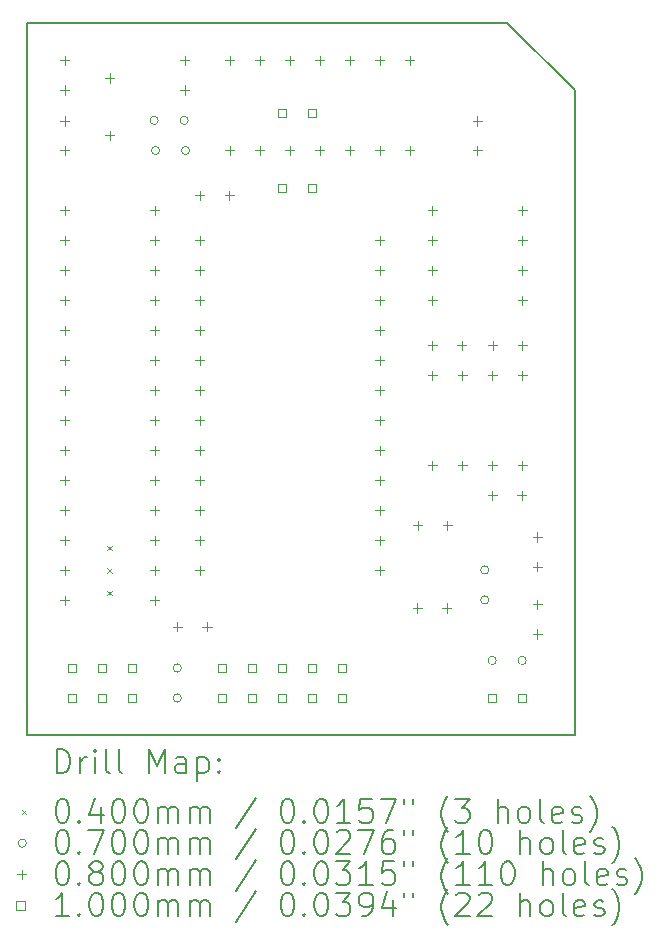
<source format=gbr>
%FSLAX45Y45*%
G04 Gerber Fmt 4.5, Leading zero omitted, Abs format (unit mm)*
G04 Created by KiCad (PCBNEW 6.0.4+dfsg-1+b1) date 2022-04-24 01:38:22*
%MOMM*%
%LPD*%
G01*
G04 APERTURE LIST*
%TA.AperFunction,Profile*%
%ADD10C,0.150000*%
%TD*%
%ADD11C,0.200000*%
%ADD12C,0.040000*%
%ADD13C,0.070000*%
%ADD14C,0.080000*%
%ADD15C,0.100000*%
G04 APERTURE END LIST*
D10*
X6096000Y-1778000D02*
X5524500Y-1206500D01*
X1460500Y-7239000D02*
X6096000Y-7239000D01*
X1460500Y-1206500D02*
X1460500Y-7239000D01*
X1460500Y-1206500D02*
X5524500Y-1206500D01*
X6096000Y-1778000D02*
X6096000Y-7239000D01*
D11*
D12*
X2139000Y-5631500D02*
X2179000Y-5671500D01*
X2179000Y-5631500D02*
X2139000Y-5671500D01*
X2139000Y-5822000D02*
X2179000Y-5862000D01*
X2179000Y-5822000D02*
X2139000Y-5862000D01*
X2139000Y-6012500D02*
X2179000Y-6052500D01*
X2179000Y-6012500D02*
X2139000Y-6052500D01*
D13*
X2570000Y-2031000D02*
G75*
G03*
X2570000Y-2031000I-35000J0D01*
G01*
X2580000Y-2286000D02*
G75*
G03*
X2580000Y-2286000I-35000J0D01*
G01*
X2765500Y-6667500D02*
G75*
G03*
X2765500Y-6667500I-35000J0D01*
G01*
X2765500Y-6921500D02*
G75*
G03*
X2765500Y-6921500I-35000J0D01*
G01*
X2824000Y-2031000D02*
G75*
G03*
X2824000Y-2031000I-35000J0D01*
G01*
X2834000Y-2286000D02*
G75*
G03*
X2834000Y-2286000I-35000J0D01*
G01*
X5369000Y-5837000D02*
G75*
G03*
X5369000Y-5837000I-35000J0D01*
G01*
X5369000Y-6091000D02*
G75*
G03*
X5369000Y-6091000I-35000J0D01*
G01*
X5432500Y-6604000D02*
G75*
G03*
X5432500Y-6604000I-35000J0D01*
G01*
X5686500Y-6604000D02*
G75*
G03*
X5686500Y-6604000I-35000J0D01*
G01*
D14*
X1778000Y-1484000D02*
X1778000Y-1564000D01*
X1738000Y-1524000D02*
X1818000Y-1524000D01*
X1778000Y-1734000D02*
X1778000Y-1814000D01*
X1738000Y-1774000D02*
X1818000Y-1774000D01*
X1778000Y-1996000D02*
X1778000Y-2076000D01*
X1738000Y-2036000D02*
X1818000Y-2036000D01*
X1778000Y-2246000D02*
X1778000Y-2326000D01*
X1738000Y-2286000D02*
X1818000Y-2286000D01*
X1778000Y-2754000D02*
X1778000Y-2834000D01*
X1738000Y-2794000D02*
X1818000Y-2794000D01*
X1778000Y-3008000D02*
X1778000Y-3088000D01*
X1738000Y-3048000D02*
X1818000Y-3048000D01*
X1778000Y-3262000D02*
X1778000Y-3342000D01*
X1738000Y-3302000D02*
X1818000Y-3302000D01*
X1778000Y-3516000D02*
X1778000Y-3596000D01*
X1738000Y-3556000D02*
X1818000Y-3556000D01*
X1778000Y-3770000D02*
X1778000Y-3850000D01*
X1738000Y-3810000D02*
X1818000Y-3810000D01*
X1778000Y-4024000D02*
X1778000Y-4104000D01*
X1738000Y-4064000D02*
X1818000Y-4064000D01*
X1778000Y-4278000D02*
X1778000Y-4358000D01*
X1738000Y-4318000D02*
X1818000Y-4318000D01*
X1778000Y-4532000D02*
X1778000Y-4612000D01*
X1738000Y-4572000D02*
X1818000Y-4572000D01*
X1778000Y-4786000D02*
X1778000Y-4866000D01*
X1738000Y-4826000D02*
X1818000Y-4826000D01*
X1778000Y-5040000D02*
X1778000Y-5120000D01*
X1738000Y-5080000D02*
X1818000Y-5080000D01*
X1778000Y-5294000D02*
X1778000Y-5374000D01*
X1738000Y-5334000D02*
X1818000Y-5334000D01*
X1778000Y-5548000D02*
X1778000Y-5628000D01*
X1738000Y-5588000D02*
X1818000Y-5588000D01*
X1778000Y-5802000D02*
X1778000Y-5882000D01*
X1738000Y-5842000D02*
X1818000Y-5842000D01*
X1778000Y-6056000D02*
X1778000Y-6136000D01*
X1738000Y-6096000D02*
X1818000Y-6096000D01*
X2159000Y-1631000D02*
X2159000Y-1711000D01*
X2119000Y-1671000D02*
X2199000Y-1671000D01*
X2159000Y-2119000D02*
X2159000Y-2199000D01*
X2119000Y-2159000D02*
X2199000Y-2159000D01*
X2540000Y-2754000D02*
X2540000Y-2834000D01*
X2500000Y-2794000D02*
X2580000Y-2794000D01*
X2540000Y-3008000D02*
X2540000Y-3088000D01*
X2500000Y-3048000D02*
X2580000Y-3048000D01*
X2540000Y-3262000D02*
X2540000Y-3342000D01*
X2500000Y-3302000D02*
X2580000Y-3302000D01*
X2540000Y-3516000D02*
X2540000Y-3596000D01*
X2500000Y-3556000D02*
X2580000Y-3556000D01*
X2540000Y-3770000D02*
X2540000Y-3850000D01*
X2500000Y-3810000D02*
X2580000Y-3810000D01*
X2540000Y-4024000D02*
X2540000Y-4104000D01*
X2500000Y-4064000D02*
X2580000Y-4064000D01*
X2540000Y-4278000D02*
X2540000Y-4358000D01*
X2500000Y-4318000D02*
X2580000Y-4318000D01*
X2540000Y-4532000D02*
X2540000Y-4612000D01*
X2500000Y-4572000D02*
X2580000Y-4572000D01*
X2540000Y-4786000D02*
X2540000Y-4866000D01*
X2500000Y-4826000D02*
X2580000Y-4826000D01*
X2540000Y-5040000D02*
X2540000Y-5120000D01*
X2500000Y-5080000D02*
X2580000Y-5080000D01*
X2540000Y-5294000D02*
X2540000Y-5374000D01*
X2500000Y-5334000D02*
X2580000Y-5334000D01*
X2540000Y-5548000D02*
X2540000Y-5628000D01*
X2500000Y-5588000D02*
X2580000Y-5588000D01*
X2540000Y-5802000D02*
X2540000Y-5882000D01*
X2500000Y-5842000D02*
X2580000Y-5842000D01*
X2540000Y-6056000D02*
X2540000Y-6136000D01*
X2500000Y-6096000D02*
X2580000Y-6096000D01*
X2732500Y-6278250D02*
X2732500Y-6358250D01*
X2692500Y-6318250D02*
X2772500Y-6318250D01*
X2794000Y-1484000D02*
X2794000Y-1564000D01*
X2754000Y-1524000D02*
X2834000Y-1524000D01*
X2794000Y-1734000D02*
X2794000Y-1814000D01*
X2754000Y-1774000D02*
X2834000Y-1774000D01*
X2921000Y-2627000D02*
X2921000Y-2707000D01*
X2881000Y-2667000D02*
X2961000Y-2667000D01*
X2921000Y-3008000D02*
X2921000Y-3088000D01*
X2881000Y-3048000D02*
X2961000Y-3048000D01*
X2921000Y-3262000D02*
X2921000Y-3342000D01*
X2881000Y-3302000D02*
X2961000Y-3302000D01*
X2921000Y-3516000D02*
X2921000Y-3596000D01*
X2881000Y-3556000D02*
X2961000Y-3556000D01*
X2921000Y-3770000D02*
X2921000Y-3850000D01*
X2881000Y-3810000D02*
X2961000Y-3810000D01*
X2921000Y-4024000D02*
X2921000Y-4104000D01*
X2881000Y-4064000D02*
X2961000Y-4064000D01*
X2921000Y-4278000D02*
X2921000Y-4358000D01*
X2881000Y-4318000D02*
X2961000Y-4318000D01*
X2921000Y-4532000D02*
X2921000Y-4612000D01*
X2881000Y-4572000D02*
X2961000Y-4572000D01*
X2921000Y-4786000D02*
X2921000Y-4866000D01*
X2881000Y-4826000D02*
X2961000Y-4826000D01*
X2921000Y-5040000D02*
X2921000Y-5120000D01*
X2881000Y-5080000D02*
X2961000Y-5080000D01*
X2921000Y-5294000D02*
X2921000Y-5374000D01*
X2881000Y-5334000D02*
X2961000Y-5334000D01*
X2921000Y-5548000D02*
X2921000Y-5628000D01*
X2881000Y-5588000D02*
X2961000Y-5588000D01*
X2921000Y-5802000D02*
X2921000Y-5882000D01*
X2881000Y-5842000D02*
X2961000Y-5842000D01*
X2982500Y-6278250D02*
X2982500Y-6358250D01*
X2942500Y-6318250D02*
X3022500Y-6318250D01*
X3171000Y-2627000D02*
X3171000Y-2707000D01*
X3131000Y-2667000D02*
X3211000Y-2667000D01*
X3175000Y-1484000D02*
X3175000Y-1564000D01*
X3135000Y-1524000D02*
X3215000Y-1524000D01*
X3175000Y-2246000D02*
X3175000Y-2326000D01*
X3135000Y-2286000D02*
X3215000Y-2286000D01*
X3429000Y-1484000D02*
X3429000Y-1564000D01*
X3389000Y-1524000D02*
X3469000Y-1524000D01*
X3429000Y-2246000D02*
X3429000Y-2326000D01*
X3389000Y-2286000D02*
X3469000Y-2286000D01*
X3683000Y-1484000D02*
X3683000Y-1564000D01*
X3643000Y-1524000D02*
X3723000Y-1524000D01*
X3683000Y-2246000D02*
X3683000Y-2326000D01*
X3643000Y-2286000D02*
X3723000Y-2286000D01*
X3937000Y-1484000D02*
X3937000Y-1564000D01*
X3897000Y-1524000D02*
X3977000Y-1524000D01*
X3937000Y-2246000D02*
X3937000Y-2326000D01*
X3897000Y-2286000D02*
X3977000Y-2286000D01*
X4191000Y-1484000D02*
X4191000Y-1564000D01*
X4151000Y-1524000D02*
X4231000Y-1524000D01*
X4191000Y-2246000D02*
X4191000Y-2326000D01*
X4151000Y-2286000D02*
X4231000Y-2286000D01*
X4445000Y-1484000D02*
X4445000Y-1564000D01*
X4405000Y-1524000D02*
X4485000Y-1524000D01*
X4445000Y-2246000D02*
X4445000Y-2326000D01*
X4405000Y-2286000D02*
X4485000Y-2286000D01*
X4445000Y-3008000D02*
X4445000Y-3088000D01*
X4405000Y-3048000D02*
X4485000Y-3048000D01*
X4445000Y-3262000D02*
X4445000Y-3342000D01*
X4405000Y-3302000D02*
X4485000Y-3302000D01*
X4445000Y-3516000D02*
X4445000Y-3596000D01*
X4405000Y-3556000D02*
X4485000Y-3556000D01*
X4445000Y-3770000D02*
X4445000Y-3850000D01*
X4405000Y-3810000D02*
X4485000Y-3810000D01*
X4445000Y-4024000D02*
X4445000Y-4104000D01*
X4405000Y-4064000D02*
X4485000Y-4064000D01*
X4445000Y-4278000D02*
X4445000Y-4358000D01*
X4405000Y-4318000D02*
X4485000Y-4318000D01*
X4445000Y-4532000D02*
X4445000Y-4612000D01*
X4405000Y-4572000D02*
X4485000Y-4572000D01*
X4445000Y-4786000D02*
X4445000Y-4866000D01*
X4405000Y-4826000D02*
X4485000Y-4826000D01*
X4445000Y-5040000D02*
X4445000Y-5120000D01*
X4405000Y-5080000D02*
X4485000Y-5080000D01*
X4445000Y-5294000D02*
X4445000Y-5374000D01*
X4405000Y-5334000D02*
X4485000Y-5334000D01*
X4445000Y-5548000D02*
X4445000Y-5628000D01*
X4405000Y-5588000D02*
X4485000Y-5588000D01*
X4445000Y-5802000D02*
X4445000Y-5882000D01*
X4405000Y-5842000D02*
X4485000Y-5842000D01*
X4699000Y-1484000D02*
X4699000Y-1564000D01*
X4659000Y-1524000D02*
X4739000Y-1524000D01*
X4699000Y-2246000D02*
X4699000Y-2326000D01*
X4659000Y-2286000D02*
X4739000Y-2286000D01*
X4762500Y-6119500D02*
X4762500Y-6199500D01*
X4722500Y-6159500D02*
X4802500Y-6159500D01*
X4766500Y-5421000D02*
X4766500Y-5501000D01*
X4726500Y-5461000D02*
X4806500Y-5461000D01*
X4889500Y-2754000D02*
X4889500Y-2834000D01*
X4849500Y-2794000D02*
X4929500Y-2794000D01*
X4889500Y-3008000D02*
X4889500Y-3088000D01*
X4849500Y-3048000D02*
X4929500Y-3048000D01*
X4889500Y-3262000D02*
X4889500Y-3342000D01*
X4849500Y-3302000D02*
X4929500Y-3302000D01*
X4889500Y-3516000D02*
X4889500Y-3596000D01*
X4849500Y-3556000D02*
X4929500Y-3556000D01*
X4889500Y-3897000D02*
X4889500Y-3977000D01*
X4849500Y-3937000D02*
X4929500Y-3937000D01*
X4889500Y-4151000D02*
X4889500Y-4231000D01*
X4849500Y-4191000D02*
X4929500Y-4191000D01*
X4889500Y-4913000D02*
X4889500Y-4993000D01*
X4849500Y-4953000D02*
X4929500Y-4953000D01*
X5012500Y-6119500D02*
X5012500Y-6199500D01*
X4972500Y-6159500D02*
X5052500Y-6159500D01*
X5016500Y-5421000D02*
X5016500Y-5501000D01*
X4976500Y-5461000D02*
X5056500Y-5461000D01*
X5139500Y-3897000D02*
X5139500Y-3977000D01*
X5099500Y-3937000D02*
X5179500Y-3937000D01*
X5143500Y-4151000D02*
X5143500Y-4231000D01*
X5103500Y-4191000D02*
X5183500Y-4191000D01*
X5143500Y-4913000D02*
X5143500Y-4993000D01*
X5103500Y-4953000D02*
X5183500Y-4953000D01*
X5270500Y-1996000D02*
X5270500Y-2076000D01*
X5230500Y-2036000D02*
X5310500Y-2036000D01*
X5270500Y-2246000D02*
X5270500Y-2326000D01*
X5230500Y-2286000D02*
X5310500Y-2286000D01*
X5397500Y-4151000D02*
X5397500Y-4231000D01*
X5357500Y-4191000D02*
X5437500Y-4191000D01*
X5397500Y-4913000D02*
X5397500Y-4993000D01*
X5357500Y-4953000D02*
X5437500Y-4953000D01*
X5397500Y-5167000D02*
X5397500Y-5247000D01*
X5357500Y-5207000D02*
X5437500Y-5207000D01*
X5401500Y-3897000D02*
X5401500Y-3977000D01*
X5361500Y-3937000D02*
X5441500Y-3937000D01*
X5647500Y-5167000D02*
X5647500Y-5247000D01*
X5607500Y-5207000D02*
X5687500Y-5207000D01*
X5651500Y-2754000D02*
X5651500Y-2834000D01*
X5611500Y-2794000D02*
X5691500Y-2794000D01*
X5651500Y-3008000D02*
X5651500Y-3088000D01*
X5611500Y-3048000D02*
X5691500Y-3048000D01*
X5651500Y-3262000D02*
X5651500Y-3342000D01*
X5611500Y-3302000D02*
X5691500Y-3302000D01*
X5651500Y-3516000D02*
X5651500Y-3596000D01*
X5611500Y-3556000D02*
X5691500Y-3556000D01*
X5651500Y-3897000D02*
X5651500Y-3977000D01*
X5611500Y-3937000D02*
X5691500Y-3937000D01*
X5651500Y-4151000D02*
X5651500Y-4231000D01*
X5611500Y-4191000D02*
X5691500Y-4191000D01*
X5651500Y-4913000D02*
X5651500Y-4993000D01*
X5611500Y-4953000D02*
X5691500Y-4953000D01*
X5778500Y-5520250D02*
X5778500Y-5600250D01*
X5738500Y-5560250D02*
X5818500Y-5560250D01*
X5778500Y-5770250D02*
X5778500Y-5850250D01*
X5738500Y-5810250D02*
X5818500Y-5810250D01*
X5778500Y-6087750D02*
X5778500Y-6167750D01*
X5738500Y-6127750D02*
X5818500Y-6127750D01*
X5778500Y-6337750D02*
X5778500Y-6417750D01*
X5738500Y-6377750D02*
X5818500Y-6377750D01*
D15*
X1876856Y-6702856D02*
X1876856Y-6632144D01*
X1806144Y-6632144D01*
X1806144Y-6702856D01*
X1876856Y-6702856D01*
X1876856Y-6956856D02*
X1876856Y-6886144D01*
X1806144Y-6886144D01*
X1806144Y-6956856D01*
X1876856Y-6956856D01*
X2130856Y-6702856D02*
X2130856Y-6632144D01*
X2060144Y-6632144D01*
X2060144Y-6702856D01*
X2130856Y-6702856D01*
X2130856Y-6956856D02*
X2130856Y-6886144D01*
X2060144Y-6886144D01*
X2060144Y-6956856D01*
X2130856Y-6956856D01*
X2384856Y-6702856D02*
X2384856Y-6632144D01*
X2314144Y-6632144D01*
X2314144Y-6702856D01*
X2384856Y-6702856D01*
X2384856Y-6956856D02*
X2384856Y-6886144D01*
X2314144Y-6886144D01*
X2314144Y-6956856D01*
X2384856Y-6956856D01*
X3146856Y-6702856D02*
X3146856Y-6632144D01*
X3076144Y-6632144D01*
X3076144Y-6702856D01*
X3146856Y-6702856D01*
X3146856Y-6956856D02*
X3146856Y-6886144D01*
X3076144Y-6886144D01*
X3076144Y-6956856D01*
X3146856Y-6956856D01*
X3400856Y-6702856D02*
X3400856Y-6632144D01*
X3330144Y-6632144D01*
X3330144Y-6702856D01*
X3400856Y-6702856D01*
X3400856Y-6956856D02*
X3400856Y-6886144D01*
X3330144Y-6886144D01*
X3330144Y-6956856D01*
X3400856Y-6956856D01*
X3654856Y-2003856D02*
X3654856Y-1933144D01*
X3584144Y-1933144D01*
X3584144Y-2003856D01*
X3654856Y-2003856D01*
X3654856Y-2638856D02*
X3654856Y-2568144D01*
X3584144Y-2568144D01*
X3584144Y-2638856D01*
X3654856Y-2638856D01*
X3654856Y-6702856D02*
X3654856Y-6632144D01*
X3584144Y-6632144D01*
X3584144Y-6702856D01*
X3654856Y-6702856D01*
X3654856Y-6956856D02*
X3654856Y-6886144D01*
X3584144Y-6886144D01*
X3584144Y-6956856D01*
X3654856Y-6956856D01*
X3908856Y-2003856D02*
X3908856Y-1933144D01*
X3838144Y-1933144D01*
X3838144Y-2003856D01*
X3908856Y-2003856D01*
X3908856Y-2638856D02*
X3908856Y-2568144D01*
X3838144Y-2568144D01*
X3838144Y-2638856D01*
X3908856Y-2638856D01*
X3908856Y-6702856D02*
X3908856Y-6632144D01*
X3838144Y-6632144D01*
X3838144Y-6702856D01*
X3908856Y-6702856D01*
X3908856Y-6956856D02*
X3908856Y-6886144D01*
X3838144Y-6886144D01*
X3838144Y-6956856D01*
X3908856Y-6956856D01*
X4162856Y-6702856D02*
X4162856Y-6632144D01*
X4092144Y-6632144D01*
X4092144Y-6702856D01*
X4162856Y-6702856D01*
X4162856Y-6956856D02*
X4162856Y-6886144D01*
X4092144Y-6886144D01*
X4092144Y-6956856D01*
X4162856Y-6956856D01*
X5432856Y-6956856D02*
X5432856Y-6886144D01*
X5362144Y-6886144D01*
X5362144Y-6956856D01*
X5432856Y-6956856D01*
X5686856Y-6956856D02*
X5686856Y-6886144D01*
X5616144Y-6886144D01*
X5616144Y-6956856D01*
X5686856Y-6956856D01*
D11*
X1710619Y-7556976D02*
X1710619Y-7356976D01*
X1758238Y-7356976D01*
X1786809Y-7366500D01*
X1805857Y-7385548D01*
X1815381Y-7404595D01*
X1824905Y-7442690D01*
X1824905Y-7471262D01*
X1815381Y-7509357D01*
X1805857Y-7528405D01*
X1786809Y-7547452D01*
X1758238Y-7556976D01*
X1710619Y-7556976D01*
X1910619Y-7556976D02*
X1910619Y-7423643D01*
X1910619Y-7461738D02*
X1920143Y-7442690D01*
X1929667Y-7433167D01*
X1948714Y-7423643D01*
X1967762Y-7423643D01*
X2034428Y-7556976D02*
X2034428Y-7423643D01*
X2034428Y-7356976D02*
X2024905Y-7366500D01*
X2034428Y-7376024D01*
X2043952Y-7366500D01*
X2034428Y-7356976D01*
X2034428Y-7376024D01*
X2158238Y-7556976D02*
X2139190Y-7547452D01*
X2129667Y-7528405D01*
X2129667Y-7356976D01*
X2263000Y-7556976D02*
X2243952Y-7547452D01*
X2234429Y-7528405D01*
X2234429Y-7356976D01*
X2491571Y-7556976D02*
X2491571Y-7356976D01*
X2558238Y-7499833D01*
X2624905Y-7356976D01*
X2624905Y-7556976D01*
X2805857Y-7556976D02*
X2805857Y-7452214D01*
X2796333Y-7433167D01*
X2777286Y-7423643D01*
X2739190Y-7423643D01*
X2720143Y-7433167D01*
X2805857Y-7547452D02*
X2786810Y-7556976D01*
X2739190Y-7556976D01*
X2720143Y-7547452D01*
X2710619Y-7528405D01*
X2710619Y-7509357D01*
X2720143Y-7490309D01*
X2739190Y-7480786D01*
X2786810Y-7480786D01*
X2805857Y-7471262D01*
X2901095Y-7423643D02*
X2901095Y-7623643D01*
X2901095Y-7433167D02*
X2920143Y-7423643D01*
X2958238Y-7423643D01*
X2977286Y-7433167D01*
X2986809Y-7442690D01*
X2996333Y-7461738D01*
X2996333Y-7518881D01*
X2986809Y-7537928D01*
X2977286Y-7547452D01*
X2958238Y-7556976D01*
X2920143Y-7556976D01*
X2901095Y-7547452D01*
X3082048Y-7537928D02*
X3091571Y-7547452D01*
X3082048Y-7556976D01*
X3072524Y-7547452D01*
X3082048Y-7537928D01*
X3082048Y-7556976D01*
X3082048Y-7433167D02*
X3091571Y-7442690D01*
X3082048Y-7452214D01*
X3072524Y-7442690D01*
X3082048Y-7433167D01*
X3082048Y-7452214D01*
D12*
X1413000Y-7866500D02*
X1453000Y-7906500D01*
X1453000Y-7866500D02*
X1413000Y-7906500D01*
D11*
X1748714Y-7776976D02*
X1767762Y-7776976D01*
X1786809Y-7786500D01*
X1796333Y-7796024D01*
X1805857Y-7815071D01*
X1815381Y-7853167D01*
X1815381Y-7900786D01*
X1805857Y-7938881D01*
X1796333Y-7957928D01*
X1786809Y-7967452D01*
X1767762Y-7976976D01*
X1748714Y-7976976D01*
X1729667Y-7967452D01*
X1720143Y-7957928D01*
X1710619Y-7938881D01*
X1701095Y-7900786D01*
X1701095Y-7853167D01*
X1710619Y-7815071D01*
X1720143Y-7796024D01*
X1729667Y-7786500D01*
X1748714Y-7776976D01*
X1901095Y-7957928D02*
X1910619Y-7967452D01*
X1901095Y-7976976D01*
X1891571Y-7967452D01*
X1901095Y-7957928D01*
X1901095Y-7976976D01*
X2082048Y-7843643D02*
X2082048Y-7976976D01*
X2034428Y-7767452D02*
X1986809Y-7910309D01*
X2110619Y-7910309D01*
X2224905Y-7776976D02*
X2243952Y-7776976D01*
X2263000Y-7786500D01*
X2272524Y-7796024D01*
X2282048Y-7815071D01*
X2291571Y-7853167D01*
X2291571Y-7900786D01*
X2282048Y-7938881D01*
X2272524Y-7957928D01*
X2263000Y-7967452D01*
X2243952Y-7976976D01*
X2224905Y-7976976D01*
X2205857Y-7967452D01*
X2196333Y-7957928D01*
X2186810Y-7938881D01*
X2177286Y-7900786D01*
X2177286Y-7853167D01*
X2186810Y-7815071D01*
X2196333Y-7796024D01*
X2205857Y-7786500D01*
X2224905Y-7776976D01*
X2415381Y-7776976D02*
X2434429Y-7776976D01*
X2453476Y-7786500D01*
X2463000Y-7796024D01*
X2472524Y-7815071D01*
X2482048Y-7853167D01*
X2482048Y-7900786D01*
X2472524Y-7938881D01*
X2463000Y-7957928D01*
X2453476Y-7967452D01*
X2434429Y-7976976D01*
X2415381Y-7976976D01*
X2396333Y-7967452D01*
X2386810Y-7957928D01*
X2377286Y-7938881D01*
X2367762Y-7900786D01*
X2367762Y-7853167D01*
X2377286Y-7815071D01*
X2386810Y-7796024D01*
X2396333Y-7786500D01*
X2415381Y-7776976D01*
X2567762Y-7976976D02*
X2567762Y-7843643D01*
X2567762Y-7862690D02*
X2577286Y-7853167D01*
X2596333Y-7843643D01*
X2624905Y-7843643D01*
X2643952Y-7853167D01*
X2653476Y-7872214D01*
X2653476Y-7976976D01*
X2653476Y-7872214D02*
X2663000Y-7853167D01*
X2682048Y-7843643D01*
X2710619Y-7843643D01*
X2729667Y-7853167D01*
X2739190Y-7872214D01*
X2739190Y-7976976D01*
X2834428Y-7976976D02*
X2834428Y-7843643D01*
X2834428Y-7862690D02*
X2843952Y-7853167D01*
X2863000Y-7843643D01*
X2891571Y-7843643D01*
X2910619Y-7853167D01*
X2920143Y-7872214D01*
X2920143Y-7976976D01*
X2920143Y-7872214D02*
X2929667Y-7853167D01*
X2948714Y-7843643D01*
X2977286Y-7843643D01*
X2996333Y-7853167D01*
X3005857Y-7872214D01*
X3005857Y-7976976D01*
X3396333Y-7767452D02*
X3224905Y-8024595D01*
X3653476Y-7776976D02*
X3672524Y-7776976D01*
X3691571Y-7786500D01*
X3701095Y-7796024D01*
X3710619Y-7815071D01*
X3720143Y-7853167D01*
X3720143Y-7900786D01*
X3710619Y-7938881D01*
X3701095Y-7957928D01*
X3691571Y-7967452D01*
X3672524Y-7976976D01*
X3653476Y-7976976D01*
X3634428Y-7967452D01*
X3624905Y-7957928D01*
X3615381Y-7938881D01*
X3605857Y-7900786D01*
X3605857Y-7853167D01*
X3615381Y-7815071D01*
X3624905Y-7796024D01*
X3634428Y-7786500D01*
X3653476Y-7776976D01*
X3805857Y-7957928D02*
X3815381Y-7967452D01*
X3805857Y-7976976D01*
X3796333Y-7967452D01*
X3805857Y-7957928D01*
X3805857Y-7976976D01*
X3939190Y-7776976D02*
X3958238Y-7776976D01*
X3977286Y-7786500D01*
X3986809Y-7796024D01*
X3996333Y-7815071D01*
X4005857Y-7853167D01*
X4005857Y-7900786D01*
X3996333Y-7938881D01*
X3986809Y-7957928D01*
X3977286Y-7967452D01*
X3958238Y-7976976D01*
X3939190Y-7976976D01*
X3920143Y-7967452D01*
X3910619Y-7957928D01*
X3901095Y-7938881D01*
X3891571Y-7900786D01*
X3891571Y-7853167D01*
X3901095Y-7815071D01*
X3910619Y-7796024D01*
X3920143Y-7786500D01*
X3939190Y-7776976D01*
X4196333Y-7976976D02*
X4082048Y-7976976D01*
X4139190Y-7976976D02*
X4139190Y-7776976D01*
X4120143Y-7805548D01*
X4101095Y-7824595D01*
X4082048Y-7834119D01*
X4377286Y-7776976D02*
X4282048Y-7776976D01*
X4272524Y-7872214D01*
X4282048Y-7862690D01*
X4301095Y-7853167D01*
X4348714Y-7853167D01*
X4367762Y-7862690D01*
X4377286Y-7872214D01*
X4386810Y-7891262D01*
X4386810Y-7938881D01*
X4377286Y-7957928D01*
X4367762Y-7967452D01*
X4348714Y-7976976D01*
X4301095Y-7976976D01*
X4282048Y-7967452D01*
X4272524Y-7957928D01*
X4453476Y-7776976D02*
X4586810Y-7776976D01*
X4501095Y-7976976D01*
X4653476Y-7776976D02*
X4653476Y-7815071D01*
X4729667Y-7776976D02*
X4729667Y-7815071D01*
X5024905Y-8053167D02*
X5015381Y-8043643D01*
X4996333Y-8015071D01*
X4986810Y-7996024D01*
X4977286Y-7967452D01*
X4967762Y-7919833D01*
X4967762Y-7881738D01*
X4977286Y-7834119D01*
X4986810Y-7805548D01*
X4996333Y-7786500D01*
X5015381Y-7757928D01*
X5024905Y-7748405D01*
X5082048Y-7776976D02*
X5205857Y-7776976D01*
X5139190Y-7853167D01*
X5167762Y-7853167D01*
X5186810Y-7862690D01*
X5196333Y-7872214D01*
X5205857Y-7891262D01*
X5205857Y-7938881D01*
X5196333Y-7957928D01*
X5186810Y-7967452D01*
X5167762Y-7976976D01*
X5110619Y-7976976D01*
X5091571Y-7967452D01*
X5082048Y-7957928D01*
X5443952Y-7976976D02*
X5443952Y-7776976D01*
X5529667Y-7976976D02*
X5529667Y-7872214D01*
X5520143Y-7853167D01*
X5501095Y-7843643D01*
X5472524Y-7843643D01*
X5453476Y-7853167D01*
X5443952Y-7862690D01*
X5653476Y-7976976D02*
X5634428Y-7967452D01*
X5624905Y-7957928D01*
X5615381Y-7938881D01*
X5615381Y-7881738D01*
X5624905Y-7862690D01*
X5634428Y-7853167D01*
X5653476Y-7843643D01*
X5682048Y-7843643D01*
X5701095Y-7853167D01*
X5710619Y-7862690D01*
X5720143Y-7881738D01*
X5720143Y-7938881D01*
X5710619Y-7957928D01*
X5701095Y-7967452D01*
X5682048Y-7976976D01*
X5653476Y-7976976D01*
X5834428Y-7976976D02*
X5815381Y-7967452D01*
X5805857Y-7948405D01*
X5805857Y-7776976D01*
X5986809Y-7967452D02*
X5967762Y-7976976D01*
X5929667Y-7976976D01*
X5910619Y-7967452D01*
X5901095Y-7948405D01*
X5901095Y-7872214D01*
X5910619Y-7853167D01*
X5929667Y-7843643D01*
X5967762Y-7843643D01*
X5986809Y-7853167D01*
X5996333Y-7872214D01*
X5996333Y-7891262D01*
X5901095Y-7910309D01*
X6072524Y-7967452D02*
X6091571Y-7976976D01*
X6129667Y-7976976D01*
X6148714Y-7967452D01*
X6158238Y-7948405D01*
X6158238Y-7938881D01*
X6148714Y-7919833D01*
X6129667Y-7910309D01*
X6101095Y-7910309D01*
X6082048Y-7900786D01*
X6072524Y-7881738D01*
X6072524Y-7872214D01*
X6082048Y-7853167D01*
X6101095Y-7843643D01*
X6129667Y-7843643D01*
X6148714Y-7853167D01*
X6224905Y-8053167D02*
X6234428Y-8043643D01*
X6253476Y-8015071D01*
X6263000Y-7996024D01*
X6272524Y-7967452D01*
X6282048Y-7919833D01*
X6282048Y-7881738D01*
X6272524Y-7834119D01*
X6263000Y-7805548D01*
X6253476Y-7786500D01*
X6234428Y-7757928D01*
X6224905Y-7748405D01*
D13*
X1453000Y-8150500D02*
G75*
G03*
X1453000Y-8150500I-35000J0D01*
G01*
D11*
X1748714Y-8040976D02*
X1767762Y-8040976D01*
X1786809Y-8050500D01*
X1796333Y-8060024D01*
X1805857Y-8079071D01*
X1815381Y-8117167D01*
X1815381Y-8164786D01*
X1805857Y-8202881D01*
X1796333Y-8221928D01*
X1786809Y-8231452D01*
X1767762Y-8240976D01*
X1748714Y-8240976D01*
X1729667Y-8231452D01*
X1720143Y-8221928D01*
X1710619Y-8202881D01*
X1701095Y-8164786D01*
X1701095Y-8117167D01*
X1710619Y-8079071D01*
X1720143Y-8060024D01*
X1729667Y-8050500D01*
X1748714Y-8040976D01*
X1901095Y-8221928D02*
X1910619Y-8231452D01*
X1901095Y-8240976D01*
X1891571Y-8231452D01*
X1901095Y-8221928D01*
X1901095Y-8240976D01*
X1977286Y-8040976D02*
X2110619Y-8040976D01*
X2024905Y-8240976D01*
X2224905Y-8040976D02*
X2243952Y-8040976D01*
X2263000Y-8050500D01*
X2272524Y-8060024D01*
X2282048Y-8079071D01*
X2291571Y-8117167D01*
X2291571Y-8164786D01*
X2282048Y-8202881D01*
X2272524Y-8221928D01*
X2263000Y-8231452D01*
X2243952Y-8240976D01*
X2224905Y-8240976D01*
X2205857Y-8231452D01*
X2196333Y-8221928D01*
X2186810Y-8202881D01*
X2177286Y-8164786D01*
X2177286Y-8117167D01*
X2186810Y-8079071D01*
X2196333Y-8060024D01*
X2205857Y-8050500D01*
X2224905Y-8040976D01*
X2415381Y-8040976D02*
X2434429Y-8040976D01*
X2453476Y-8050500D01*
X2463000Y-8060024D01*
X2472524Y-8079071D01*
X2482048Y-8117167D01*
X2482048Y-8164786D01*
X2472524Y-8202881D01*
X2463000Y-8221928D01*
X2453476Y-8231452D01*
X2434429Y-8240976D01*
X2415381Y-8240976D01*
X2396333Y-8231452D01*
X2386810Y-8221928D01*
X2377286Y-8202881D01*
X2367762Y-8164786D01*
X2367762Y-8117167D01*
X2377286Y-8079071D01*
X2386810Y-8060024D01*
X2396333Y-8050500D01*
X2415381Y-8040976D01*
X2567762Y-8240976D02*
X2567762Y-8107643D01*
X2567762Y-8126690D02*
X2577286Y-8117167D01*
X2596333Y-8107643D01*
X2624905Y-8107643D01*
X2643952Y-8117167D01*
X2653476Y-8136214D01*
X2653476Y-8240976D01*
X2653476Y-8136214D02*
X2663000Y-8117167D01*
X2682048Y-8107643D01*
X2710619Y-8107643D01*
X2729667Y-8117167D01*
X2739190Y-8136214D01*
X2739190Y-8240976D01*
X2834428Y-8240976D02*
X2834428Y-8107643D01*
X2834428Y-8126690D02*
X2843952Y-8117167D01*
X2863000Y-8107643D01*
X2891571Y-8107643D01*
X2910619Y-8117167D01*
X2920143Y-8136214D01*
X2920143Y-8240976D01*
X2920143Y-8136214D02*
X2929667Y-8117167D01*
X2948714Y-8107643D01*
X2977286Y-8107643D01*
X2996333Y-8117167D01*
X3005857Y-8136214D01*
X3005857Y-8240976D01*
X3396333Y-8031452D02*
X3224905Y-8288595D01*
X3653476Y-8040976D02*
X3672524Y-8040976D01*
X3691571Y-8050500D01*
X3701095Y-8060024D01*
X3710619Y-8079071D01*
X3720143Y-8117167D01*
X3720143Y-8164786D01*
X3710619Y-8202881D01*
X3701095Y-8221928D01*
X3691571Y-8231452D01*
X3672524Y-8240976D01*
X3653476Y-8240976D01*
X3634428Y-8231452D01*
X3624905Y-8221928D01*
X3615381Y-8202881D01*
X3605857Y-8164786D01*
X3605857Y-8117167D01*
X3615381Y-8079071D01*
X3624905Y-8060024D01*
X3634428Y-8050500D01*
X3653476Y-8040976D01*
X3805857Y-8221928D02*
X3815381Y-8231452D01*
X3805857Y-8240976D01*
X3796333Y-8231452D01*
X3805857Y-8221928D01*
X3805857Y-8240976D01*
X3939190Y-8040976D02*
X3958238Y-8040976D01*
X3977286Y-8050500D01*
X3986809Y-8060024D01*
X3996333Y-8079071D01*
X4005857Y-8117167D01*
X4005857Y-8164786D01*
X3996333Y-8202881D01*
X3986809Y-8221928D01*
X3977286Y-8231452D01*
X3958238Y-8240976D01*
X3939190Y-8240976D01*
X3920143Y-8231452D01*
X3910619Y-8221928D01*
X3901095Y-8202881D01*
X3891571Y-8164786D01*
X3891571Y-8117167D01*
X3901095Y-8079071D01*
X3910619Y-8060024D01*
X3920143Y-8050500D01*
X3939190Y-8040976D01*
X4082048Y-8060024D02*
X4091571Y-8050500D01*
X4110619Y-8040976D01*
X4158238Y-8040976D01*
X4177286Y-8050500D01*
X4186809Y-8060024D01*
X4196333Y-8079071D01*
X4196333Y-8098119D01*
X4186809Y-8126690D01*
X4072524Y-8240976D01*
X4196333Y-8240976D01*
X4263000Y-8040976D02*
X4396333Y-8040976D01*
X4310619Y-8240976D01*
X4558238Y-8040976D02*
X4520143Y-8040976D01*
X4501095Y-8050500D01*
X4491571Y-8060024D01*
X4472524Y-8088595D01*
X4463000Y-8126690D01*
X4463000Y-8202881D01*
X4472524Y-8221928D01*
X4482048Y-8231452D01*
X4501095Y-8240976D01*
X4539190Y-8240976D01*
X4558238Y-8231452D01*
X4567762Y-8221928D01*
X4577286Y-8202881D01*
X4577286Y-8155262D01*
X4567762Y-8136214D01*
X4558238Y-8126690D01*
X4539190Y-8117167D01*
X4501095Y-8117167D01*
X4482048Y-8126690D01*
X4472524Y-8136214D01*
X4463000Y-8155262D01*
X4653476Y-8040976D02*
X4653476Y-8079071D01*
X4729667Y-8040976D02*
X4729667Y-8079071D01*
X5024905Y-8317167D02*
X5015381Y-8307643D01*
X4996333Y-8279071D01*
X4986810Y-8260024D01*
X4977286Y-8231452D01*
X4967762Y-8183833D01*
X4967762Y-8145738D01*
X4977286Y-8098119D01*
X4986810Y-8069548D01*
X4996333Y-8050500D01*
X5015381Y-8021928D01*
X5024905Y-8012405D01*
X5205857Y-8240976D02*
X5091571Y-8240976D01*
X5148714Y-8240976D02*
X5148714Y-8040976D01*
X5129667Y-8069548D01*
X5110619Y-8088595D01*
X5091571Y-8098119D01*
X5329667Y-8040976D02*
X5348714Y-8040976D01*
X5367762Y-8050500D01*
X5377286Y-8060024D01*
X5386810Y-8079071D01*
X5396333Y-8117167D01*
X5396333Y-8164786D01*
X5386810Y-8202881D01*
X5377286Y-8221928D01*
X5367762Y-8231452D01*
X5348714Y-8240976D01*
X5329667Y-8240976D01*
X5310619Y-8231452D01*
X5301095Y-8221928D01*
X5291571Y-8202881D01*
X5282048Y-8164786D01*
X5282048Y-8117167D01*
X5291571Y-8079071D01*
X5301095Y-8060024D01*
X5310619Y-8050500D01*
X5329667Y-8040976D01*
X5634428Y-8240976D02*
X5634428Y-8040976D01*
X5720143Y-8240976D02*
X5720143Y-8136214D01*
X5710619Y-8117167D01*
X5691571Y-8107643D01*
X5663000Y-8107643D01*
X5643952Y-8117167D01*
X5634428Y-8126690D01*
X5843952Y-8240976D02*
X5824905Y-8231452D01*
X5815381Y-8221928D01*
X5805857Y-8202881D01*
X5805857Y-8145738D01*
X5815381Y-8126690D01*
X5824905Y-8117167D01*
X5843952Y-8107643D01*
X5872524Y-8107643D01*
X5891571Y-8117167D01*
X5901095Y-8126690D01*
X5910619Y-8145738D01*
X5910619Y-8202881D01*
X5901095Y-8221928D01*
X5891571Y-8231452D01*
X5872524Y-8240976D01*
X5843952Y-8240976D01*
X6024905Y-8240976D02*
X6005857Y-8231452D01*
X5996333Y-8212405D01*
X5996333Y-8040976D01*
X6177286Y-8231452D02*
X6158238Y-8240976D01*
X6120143Y-8240976D01*
X6101095Y-8231452D01*
X6091571Y-8212405D01*
X6091571Y-8136214D01*
X6101095Y-8117167D01*
X6120143Y-8107643D01*
X6158238Y-8107643D01*
X6177286Y-8117167D01*
X6186809Y-8136214D01*
X6186809Y-8155262D01*
X6091571Y-8174309D01*
X6263000Y-8231452D02*
X6282048Y-8240976D01*
X6320143Y-8240976D01*
X6339190Y-8231452D01*
X6348714Y-8212405D01*
X6348714Y-8202881D01*
X6339190Y-8183833D01*
X6320143Y-8174309D01*
X6291571Y-8174309D01*
X6272524Y-8164786D01*
X6263000Y-8145738D01*
X6263000Y-8136214D01*
X6272524Y-8117167D01*
X6291571Y-8107643D01*
X6320143Y-8107643D01*
X6339190Y-8117167D01*
X6415381Y-8317167D02*
X6424905Y-8307643D01*
X6443952Y-8279071D01*
X6453476Y-8260024D01*
X6463000Y-8231452D01*
X6472524Y-8183833D01*
X6472524Y-8145738D01*
X6463000Y-8098119D01*
X6453476Y-8069548D01*
X6443952Y-8050500D01*
X6424905Y-8021928D01*
X6415381Y-8012405D01*
D14*
X1413000Y-8374500D02*
X1413000Y-8454500D01*
X1373000Y-8414500D02*
X1453000Y-8414500D01*
D11*
X1748714Y-8304976D02*
X1767762Y-8304976D01*
X1786809Y-8314500D01*
X1796333Y-8324024D01*
X1805857Y-8343071D01*
X1815381Y-8381167D01*
X1815381Y-8428786D01*
X1805857Y-8466881D01*
X1796333Y-8485929D01*
X1786809Y-8495452D01*
X1767762Y-8504976D01*
X1748714Y-8504976D01*
X1729667Y-8495452D01*
X1720143Y-8485929D01*
X1710619Y-8466881D01*
X1701095Y-8428786D01*
X1701095Y-8381167D01*
X1710619Y-8343071D01*
X1720143Y-8324024D01*
X1729667Y-8314500D01*
X1748714Y-8304976D01*
X1901095Y-8485929D02*
X1910619Y-8495452D01*
X1901095Y-8504976D01*
X1891571Y-8495452D01*
X1901095Y-8485929D01*
X1901095Y-8504976D01*
X2024905Y-8390690D02*
X2005857Y-8381167D01*
X1996333Y-8371643D01*
X1986809Y-8352595D01*
X1986809Y-8343071D01*
X1996333Y-8324024D01*
X2005857Y-8314500D01*
X2024905Y-8304976D01*
X2063000Y-8304976D01*
X2082048Y-8314500D01*
X2091571Y-8324024D01*
X2101095Y-8343071D01*
X2101095Y-8352595D01*
X2091571Y-8371643D01*
X2082048Y-8381167D01*
X2063000Y-8390690D01*
X2024905Y-8390690D01*
X2005857Y-8400214D01*
X1996333Y-8409738D01*
X1986809Y-8428786D01*
X1986809Y-8466881D01*
X1996333Y-8485929D01*
X2005857Y-8495452D01*
X2024905Y-8504976D01*
X2063000Y-8504976D01*
X2082048Y-8495452D01*
X2091571Y-8485929D01*
X2101095Y-8466881D01*
X2101095Y-8428786D01*
X2091571Y-8409738D01*
X2082048Y-8400214D01*
X2063000Y-8390690D01*
X2224905Y-8304976D02*
X2243952Y-8304976D01*
X2263000Y-8314500D01*
X2272524Y-8324024D01*
X2282048Y-8343071D01*
X2291571Y-8381167D01*
X2291571Y-8428786D01*
X2282048Y-8466881D01*
X2272524Y-8485929D01*
X2263000Y-8495452D01*
X2243952Y-8504976D01*
X2224905Y-8504976D01*
X2205857Y-8495452D01*
X2196333Y-8485929D01*
X2186810Y-8466881D01*
X2177286Y-8428786D01*
X2177286Y-8381167D01*
X2186810Y-8343071D01*
X2196333Y-8324024D01*
X2205857Y-8314500D01*
X2224905Y-8304976D01*
X2415381Y-8304976D02*
X2434429Y-8304976D01*
X2453476Y-8314500D01*
X2463000Y-8324024D01*
X2472524Y-8343071D01*
X2482048Y-8381167D01*
X2482048Y-8428786D01*
X2472524Y-8466881D01*
X2463000Y-8485929D01*
X2453476Y-8495452D01*
X2434429Y-8504976D01*
X2415381Y-8504976D01*
X2396333Y-8495452D01*
X2386810Y-8485929D01*
X2377286Y-8466881D01*
X2367762Y-8428786D01*
X2367762Y-8381167D01*
X2377286Y-8343071D01*
X2386810Y-8324024D01*
X2396333Y-8314500D01*
X2415381Y-8304976D01*
X2567762Y-8504976D02*
X2567762Y-8371643D01*
X2567762Y-8390690D02*
X2577286Y-8381167D01*
X2596333Y-8371643D01*
X2624905Y-8371643D01*
X2643952Y-8381167D01*
X2653476Y-8400214D01*
X2653476Y-8504976D01*
X2653476Y-8400214D02*
X2663000Y-8381167D01*
X2682048Y-8371643D01*
X2710619Y-8371643D01*
X2729667Y-8381167D01*
X2739190Y-8400214D01*
X2739190Y-8504976D01*
X2834428Y-8504976D02*
X2834428Y-8371643D01*
X2834428Y-8390690D02*
X2843952Y-8381167D01*
X2863000Y-8371643D01*
X2891571Y-8371643D01*
X2910619Y-8381167D01*
X2920143Y-8400214D01*
X2920143Y-8504976D01*
X2920143Y-8400214D02*
X2929667Y-8381167D01*
X2948714Y-8371643D01*
X2977286Y-8371643D01*
X2996333Y-8381167D01*
X3005857Y-8400214D01*
X3005857Y-8504976D01*
X3396333Y-8295452D02*
X3224905Y-8552595D01*
X3653476Y-8304976D02*
X3672524Y-8304976D01*
X3691571Y-8314500D01*
X3701095Y-8324024D01*
X3710619Y-8343071D01*
X3720143Y-8381167D01*
X3720143Y-8428786D01*
X3710619Y-8466881D01*
X3701095Y-8485929D01*
X3691571Y-8495452D01*
X3672524Y-8504976D01*
X3653476Y-8504976D01*
X3634428Y-8495452D01*
X3624905Y-8485929D01*
X3615381Y-8466881D01*
X3605857Y-8428786D01*
X3605857Y-8381167D01*
X3615381Y-8343071D01*
X3624905Y-8324024D01*
X3634428Y-8314500D01*
X3653476Y-8304976D01*
X3805857Y-8485929D02*
X3815381Y-8495452D01*
X3805857Y-8504976D01*
X3796333Y-8495452D01*
X3805857Y-8485929D01*
X3805857Y-8504976D01*
X3939190Y-8304976D02*
X3958238Y-8304976D01*
X3977286Y-8314500D01*
X3986809Y-8324024D01*
X3996333Y-8343071D01*
X4005857Y-8381167D01*
X4005857Y-8428786D01*
X3996333Y-8466881D01*
X3986809Y-8485929D01*
X3977286Y-8495452D01*
X3958238Y-8504976D01*
X3939190Y-8504976D01*
X3920143Y-8495452D01*
X3910619Y-8485929D01*
X3901095Y-8466881D01*
X3891571Y-8428786D01*
X3891571Y-8381167D01*
X3901095Y-8343071D01*
X3910619Y-8324024D01*
X3920143Y-8314500D01*
X3939190Y-8304976D01*
X4072524Y-8304976D02*
X4196333Y-8304976D01*
X4129667Y-8381167D01*
X4158238Y-8381167D01*
X4177286Y-8390690D01*
X4186809Y-8400214D01*
X4196333Y-8419262D01*
X4196333Y-8466881D01*
X4186809Y-8485929D01*
X4177286Y-8495452D01*
X4158238Y-8504976D01*
X4101095Y-8504976D01*
X4082048Y-8495452D01*
X4072524Y-8485929D01*
X4386810Y-8504976D02*
X4272524Y-8504976D01*
X4329667Y-8504976D02*
X4329667Y-8304976D01*
X4310619Y-8333548D01*
X4291571Y-8352595D01*
X4272524Y-8362119D01*
X4567762Y-8304976D02*
X4472524Y-8304976D01*
X4463000Y-8400214D01*
X4472524Y-8390690D01*
X4491571Y-8381167D01*
X4539190Y-8381167D01*
X4558238Y-8390690D01*
X4567762Y-8400214D01*
X4577286Y-8419262D01*
X4577286Y-8466881D01*
X4567762Y-8485929D01*
X4558238Y-8495452D01*
X4539190Y-8504976D01*
X4491571Y-8504976D01*
X4472524Y-8495452D01*
X4463000Y-8485929D01*
X4653476Y-8304976D02*
X4653476Y-8343071D01*
X4729667Y-8304976D02*
X4729667Y-8343071D01*
X5024905Y-8581167D02*
X5015381Y-8571643D01*
X4996333Y-8543071D01*
X4986810Y-8524024D01*
X4977286Y-8495452D01*
X4967762Y-8447833D01*
X4967762Y-8409738D01*
X4977286Y-8362119D01*
X4986810Y-8333548D01*
X4996333Y-8314500D01*
X5015381Y-8285928D01*
X5024905Y-8276405D01*
X5205857Y-8504976D02*
X5091571Y-8504976D01*
X5148714Y-8504976D02*
X5148714Y-8304976D01*
X5129667Y-8333548D01*
X5110619Y-8352595D01*
X5091571Y-8362119D01*
X5396333Y-8504976D02*
X5282048Y-8504976D01*
X5339190Y-8504976D02*
X5339190Y-8304976D01*
X5320143Y-8333548D01*
X5301095Y-8352595D01*
X5282048Y-8362119D01*
X5520143Y-8304976D02*
X5539190Y-8304976D01*
X5558238Y-8314500D01*
X5567762Y-8324024D01*
X5577286Y-8343071D01*
X5586810Y-8381167D01*
X5586810Y-8428786D01*
X5577286Y-8466881D01*
X5567762Y-8485929D01*
X5558238Y-8495452D01*
X5539190Y-8504976D01*
X5520143Y-8504976D01*
X5501095Y-8495452D01*
X5491571Y-8485929D01*
X5482048Y-8466881D01*
X5472524Y-8428786D01*
X5472524Y-8381167D01*
X5482048Y-8343071D01*
X5491571Y-8324024D01*
X5501095Y-8314500D01*
X5520143Y-8304976D01*
X5824905Y-8504976D02*
X5824905Y-8304976D01*
X5910619Y-8504976D02*
X5910619Y-8400214D01*
X5901095Y-8381167D01*
X5882048Y-8371643D01*
X5853476Y-8371643D01*
X5834428Y-8381167D01*
X5824905Y-8390690D01*
X6034428Y-8504976D02*
X6015381Y-8495452D01*
X6005857Y-8485929D01*
X5996333Y-8466881D01*
X5996333Y-8409738D01*
X6005857Y-8390690D01*
X6015381Y-8381167D01*
X6034428Y-8371643D01*
X6063000Y-8371643D01*
X6082048Y-8381167D01*
X6091571Y-8390690D01*
X6101095Y-8409738D01*
X6101095Y-8466881D01*
X6091571Y-8485929D01*
X6082048Y-8495452D01*
X6063000Y-8504976D01*
X6034428Y-8504976D01*
X6215381Y-8504976D02*
X6196333Y-8495452D01*
X6186809Y-8476405D01*
X6186809Y-8304976D01*
X6367762Y-8495452D02*
X6348714Y-8504976D01*
X6310619Y-8504976D01*
X6291571Y-8495452D01*
X6282048Y-8476405D01*
X6282048Y-8400214D01*
X6291571Y-8381167D01*
X6310619Y-8371643D01*
X6348714Y-8371643D01*
X6367762Y-8381167D01*
X6377286Y-8400214D01*
X6377286Y-8419262D01*
X6282048Y-8438310D01*
X6453476Y-8495452D02*
X6472524Y-8504976D01*
X6510619Y-8504976D01*
X6529667Y-8495452D01*
X6539190Y-8476405D01*
X6539190Y-8466881D01*
X6529667Y-8447833D01*
X6510619Y-8438310D01*
X6482048Y-8438310D01*
X6463000Y-8428786D01*
X6453476Y-8409738D01*
X6453476Y-8400214D01*
X6463000Y-8381167D01*
X6482048Y-8371643D01*
X6510619Y-8371643D01*
X6529667Y-8381167D01*
X6605857Y-8581167D02*
X6615381Y-8571643D01*
X6634428Y-8543071D01*
X6643952Y-8524024D01*
X6653476Y-8495452D01*
X6663000Y-8447833D01*
X6663000Y-8409738D01*
X6653476Y-8362119D01*
X6643952Y-8333548D01*
X6634428Y-8314500D01*
X6615381Y-8285928D01*
X6605857Y-8276405D01*
D15*
X1438356Y-8713856D02*
X1438356Y-8643144D01*
X1367644Y-8643144D01*
X1367644Y-8713856D01*
X1438356Y-8713856D01*
D11*
X1815381Y-8768976D02*
X1701095Y-8768976D01*
X1758238Y-8768976D02*
X1758238Y-8568976D01*
X1739190Y-8597548D01*
X1720143Y-8616595D01*
X1701095Y-8626119D01*
X1901095Y-8749929D02*
X1910619Y-8759452D01*
X1901095Y-8768976D01*
X1891571Y-8759452D01*
X1901095Y-8749929D01*
X1901095Y-8768976D01*
X2034428Y-8568976D02*
X2053476Y-8568976D01*
X2072524Y-8578500D01*
X2082048Y-8588024D01*
X2091571Y-8607071D01*
X2101095Y-8645167D01*
X2101095Y-8692786D01*
X2091571Y-8730881D01*
X2082048Y-8749929D01*
X2072524Y-8759452D01*
X2053476Y-8768976D01*
X2034428Y-8768976D01*
X2015381Y-8759452D01*
X2005857Y-8749929D01*
X1996333Y-8730881D01*
X1986809Y-8692786D01*
X1986809Y-8645167D01*
X1996333Y-8607071D01*
X2005857Y-8588024D01*
X2015381Y-8578500D01*
X2034428Y-8568976D01*
X2224905Y-8568976D02*
X2243952Y-8568976D01*
X2263000Y-8578500D01*
X2272524Y-8588024D01*
X2282048Y-8607071D01*
X2291571Y-8645167D01*
X2291571Y-8692786D01*
X2282048Y-8730881D01*
X2272524Y-8749929D01*
X2263000Y-8759452D01*
X2243952Y-8768976D01*
X2224905Y-8768976D01*
X2205857Y-8759452D01*
X2196333Y-8749929D01*
X2186810Y-8730881D01*
X2177286Y-8692786D01*
X2177286Y-8645167D01*
X2186810Y-8607071D01*
X2196333Y-8588024D01*
X2205857Y-8578500D01*
X2224905Y-8568976D01*
X2415381Y-8568976D02*
X2434429Y-8568976D01*
X2453476Y-8578500D01*
X2463000Y-8588024D01*
X2472524Y-8607071D01*
X2482048Y-8645167D01*
X2482048Y-8692786D01*
X2472524Y-8730881D01*
X2463000Y-8749929D01*
X2453476Y-8759452D01*
X2434429Y-8768976D01*
X2415381Y-8768976D01*
X2396333Y-8759452D01*
X2386810Y-8749929D01*
X2377286Y-8730881D01*
X2367762Y-8692786D01*
X2367762Y-8645167D01*
X2377286Y-8607071D01*
X2386810Y-8588024D01*
X2396333Y-8578500D01*
X2415381Y-8568976D01*
X2567762Y-8768976D02*
X2567762Y-8635643D01*
X2567762Y-8654690D02*
X2577286Y-8645167D01*
X2596333Y-8635643D01*
X2624905Y-8635643D01*
X2643952Y-8645167D01*
X2653476Y-8664214D01*
X2653476Y-8768976D01*
X2653476Y-8664214D02*
X2663000Y-8645167D01*
X2682048Y-8635643D01*
X2710619Y-8635643D01*
X2729667Y-8645167D01*
X2739190Y-8664214D01*
X2739190Y-8768976D01*
X2834428Y-8768976D02*
X2834428Y-8635643D01*
X2834428Y-8654690D02*
X2843952Y-8645167D01*
X2863000Y-8635643D01*
X2891571Y-8635643D01*
X2910619Y-8645167D01*
X2920143Y-8664214D01*
X2920143Y-8768976D01*
X2920143Y-8664214D02*
X2929667Y-8645167D01*
X2948714Y-8635643D01*
X2977286Y-8635643D01*
X2996333Y-8645167D01*
X3005857Y-8664214D01*
X3005857Y-8768976D01*
X3396333Y-8559452D02*
X3224905Y-8816595D01*
X3653476Y-8568976D02*
X3672524Y-8568976D01*
X3691571Y-8578500D01*
X3701095Y-8588024D01*
X3710619Y-8607071D01*
X3720143Y-8645167D01*
X3720143Y-8692786D01*
X3710619Y-8730881D01*
X3701095Y-8749929D01*
X3691571Y-8759452D01*
X3672524Y-8768976D01*
X3653476Y-8768976D01*
X3634428Y-8759452D01*
X3624905Y-8749929D01*
X3615381Y-8730881D01*
X3605857Y-8692786D01*
X3605857Y-8645167D01*
X3615381Y-8607071D01*
X3624905Y-8588024D01*
X3634428Y-8578500D01*
X3653476Y-8568976D01*
X3805857Y-8749929D02*
X3815381Y-8759452D01*
X3805857Y-8768976D01*
X3796333Y-8759452D01*
X3805857Y-8749929D01*
X3805857Y-8768976D01*
X3939190Y-8568976D02*
X3958238Y-8568976D01*
X3977286Y-8578500D01*
X3986809Y-8588024D01*
X3996333Y-8607071D01*
X4005857Y-8645167D01*
X4005857Y-8692786D01*
X3996333Y-8730881D01*
X3986809Y-8749929D01*
X3977286Y-8759452D01*
X3958238Y-8768976D01*
X3939190Y-8768976D01*
X3920143Y-8759452D01*
X3910619Y-8749929D01*
X3901095Y-8730881D01*
X3891571Y-8692786D01*
X3891571Y-8645167D01*
X3901095Y-8607071D01*
X3910619Y-8588024D01*
X3920143Y-8578500D01*
X3939190Y-8568976D01*
X4072524Y-8568976D02*
X4196333Y-8568976D01*
X4129667Y-8645167D01*
X4158238Y-8645167D01*
X4177286Y-8654690D01*
X4186809Y-8664214D01*
X4196333Y-8683262D01*
X4196333Y-8730881D01*
X4186809Y-8749929D01*
X4177286Y-8759452D01*
X4158238Y-8768976D01*
X4101095Y-8768976D01*
X4082048Y-8759452D01*
X4072524Y-8749929D01*
X4291571Y-8768976D02*
X4329667Y-8768976D01*
X4348714Y-8759452D01*
X4358238Y-8749929D01*
X4377286Y-8721357D01*
X4386810Y-8683262D01*
X4386810Y-8607071D01*
X4377286Y-8588024D01*
X4367762Y-8578500D01*
X4348714Y-8568976D01*
X4310619Y-8568976D01*
X4291571Y-8578500D01*
X4282048Y-8588024D01*
X4272524Y-8607071D01*
X4272524Y-8654690D01*
X4282048Y-8673738D01*
X4291571Y-8683262D01*
X4310619Y-8692786D01*
X4348714Y-8692786D01*
X4367762Y-8683262D01*
X4377286Y-8673738D01*
X4386810Y-8654690D01*
X4558238Y-8635643D02*
X4558238Y-8768976D01*
X4510619Y-8559452D02*
X4463000Y-8702310D01*
X4586810Y-8702310D01*
X4653476Y-8568976D02*
X4653476Y-8607071D01*
X4729667Y-8568976D02*
X4729667Y-8607071D01*
X5024905Y-8845167D02*
X5015381Y-8835643D01*
X4996333Y-8807071D01*
X4986810Y-8788024D01*
X4977286Y-8759452D01*
X4967762Y-8711833D01*
X4967762Y-8673738D01*
X4977286Y-8626119D01*
X4986810Y-8597548D01*
X4996333Y-8578500D01*
X5015381Y-8549929D01*
X5024905Y-8540405D01*
X5091571Y-8588024D02*
X5101095Y-8578500D01*
X5120143Y-8568976D01*
X5167762Y-8568976D01*
X5186810Y-8578500D01*
X5196333Y-8588024D01*
X5205857Y-8607071D01*
X5205857Y-8626119D01*
X5196333Y-8654690D01*
X5082048Y-8768976D01*
X5205857Y-8768976D01*
X5282048Y-8588024D02*
X5291571Y-8578500D01*
X5310619Y-8568976D01*
X5358238Y-8568976D01*
X5377286Y-8578500D01*
X5386810Y-8588024D01*
X5396333Y-8607071D01*
X5396333Y-8626119D01*
X5386810Y-8654690D01*
X5272524Y-8768976D01*
X5396333Y-8768976D01*
X5634428Y-8768976D02*
X5634428Y-8568976D01*
X5720143Y-8768976D02*
X5720143Y-8664214D01*
X5710619Y-8645167D01*
X5691571Y-8635643D01*
X5663000Y-8635643D01*
X5643952Y-8645167D01*
X5634428Y-8654690D01*
X5843952Y-8768976D02*
X5824905Y-8759452D01*
X5815381Y-8749929D01*
X5805857Y-8730881D01*
X5805857Y-8673738D01*
X5815381Y-8654690D01*
X5824905Y-8645167D01*
X5843952Y-8635643D01*
X5872524Y-8635643D01*
X5891571Y-8645167D01*
X5901095Y-8654690D01*
X5910619Y-8673738D01*
X5910619Y-8730881D01*
X5901095Y-8749929D01*
X5891571Y-8759452D01*
X5872524Y-8768976D01*
X5843952Y-8768976D01*
X6024905Y-8768976D02*
X6005857Y-8759452D01*
X5996333Y-8740405D01*
X5996333Y-8568976D01*
X6177286Y-8759452D02*
X6158238Y-8768976D01*
X6120143Y-8768976D01*
X6101095Y-8759452D01*
X6091571Y-8740405D01*
X6091571Y-8664214D01*
X6101095Y-8645167D01*
X6120143Y-8635643D01*
X6158238Y-8635643D01*
X6177286Y-8645167D01*
X6186809Y-8664214D01*
X6186809Y-8683262D01*
X6091571Y-8702310D01*
X6263000Y-8759452D02*
X6282048Y-8768976D01*
X6320143Y-8768976D01*
X6339190Y-8759452D01*
X6348714Y-8740405D01*
X6348714Y-8730881D01*
X6339190Y-8711833D01*
X6320143Y-8702310D01*
X6291571Y-8702310D01*
X6272524Y-8692786D01*
X6263000Y-8673738D01*
X6263000Y-8664214D01*
X6272524Y-8645167D01*
X6291571Y-8635643D01*
X6320143Y-8635643D01*
X6339190Y-8645167D01*
X6415381Y-8845167D02*
X6424905Y-8835643D01*
X6443952Y-8807071D01*
X6453476Y-8788024D01*
X6463000Y-8759452D01*
X6472524Y-8711833D01*
X6472524Y-8673738D01*
X6463000Y-8626119D01*
X6453476Y-8597548D01*
X6443952Y-8578500D01*
X6424905Y-8549929D01*
X6415381Y-8540405D01*
M02*

</source>
